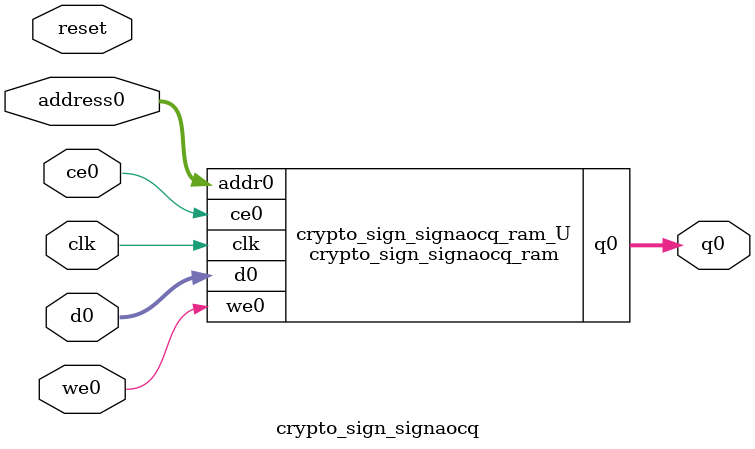
<source format=v>
`timescale 1 ns / 1 ps
module crypto_sign_signaocq_ram (addr0, ce0, d0, we0, q0,  clk);

parameter DWIDTH = 19;
parameter AWIDTH = 10;
parameter MEM_SIZE = 1024;

input[AWIDTH-1:0] addr0;
input ce0;
input[DWIDTH-1:0] d0;
input we0;
output reg[DWIDTH-1:0] q0;
input clk;

(* ram_style = "block" *)reg [DWIDTH-1:0] ram[0:MEM_SIZE-1];




always @(posedge clk)  
begin 
    if (ce0) begin
        if (we0) 
            ram[addr0] <= d0; 
        q0 <= ram[addr0];
    end
end


endmodule

`timescale 1 ns / 1 ps
module crypto_sign_signaocq(
    reset,
    clk,
    address0,
    ce0,
    we0,
    d0,
    q0);

parameter DataWidth = 32'd19;
parameter AddressRange = 32'd1024;
parameter AddressWidth = 32'd10;
input reset;
input clk;
input[AddressWidth - 1:0] address0;
input ce0;
input we0;
input[DataWidth - 1:0] d0;
output[DataWidth - 1:0] q0;



crypto_sign_signaocq_ram crypto_sign_signaocq_ram_U(
    .clk( clk ),
    .addr0( address0 ),
    .ce0( ce0 ),
    .we0( we0 ),
    .d0( d0 ),
    .q0( q0 ));

endmodule


</source>
